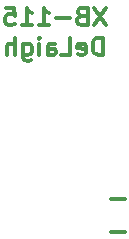
<source format=gbr>
G04 #@! TF.GenerationSoftware,KiCad,Pcbnew,(5.1.0)-1*
G04 #@! TF.CreationDate,2019-04-22T00:29:16-04:00*
G04 #@! TF.ProjectId,delay,64656c61-792e-46b6-9963-61645f706362,rev?*
G04 #@! TF.SameCoordinates,Original*
G04 #@! TF.FileFunction,Legend,Bot*
G04 #@! TF.FilePolarity,Positive*
%FSLAX46Y46*%
G04 Gerber Fmt 4.6, Leading zero omitted, Abs format (unit mm)*
G04 Created by KiCad (PCBNEW (5.1.0)-1) date 2019-04-22 00:29:16*
%MOMM*%
%LPD*%
G04 APERTURE LIST*
%ADD10C,0.300000*%
G04 APERTURE END LIST*
D10*
X77727428Y-127443571D02*
X76727428Y-128943571D01*
X76727428Y-127443571D02*
X77727428Y-128943571D01*
X75656000Y-128157857D02*
X75441714Y-128229285D01*
X75370285Y-128300714D01*
X75298857Y-128443571D01*
X75298857Y-128657857D01*
X75370285Y-128800714D01*
X75441714Y-128872142D01*
X75584571Y-128943571D01*
X76156000Y-128943571D01*
X76156000Y-127443571D01*
X75656000Y-127443571D01*
X75513142Y-127515000D01*
X75441714Y-127586428D01*
X75370285Y-127729285D01*
X75370285Y-127872142D01*
X75441714Y-128015000D01*
X75513142Y-128086428D01*
X75656000Y-128157857D01*
X76156000Y-128157857D01*
X74656000Y-128372142D02*
X73513142Y-128372142D01*
X72013142Y-128943571D02*
X72870285Y-128943571D01*
X72441714Y-128943571D02*
X72441714Y-127443571D01*
X72584571Y-127657857D01*
X72727428Y-127800714D01*
X72870285Y-127872142D01*
X70584571Y-128943571D02*
X71441714Y-128943571D01*
X71013142Y-128943571D02*
X71013142Y-127443571D01*
X71156000Y-127657857D01*
X71298857Y-127800714D01*
X71441714Y-127872142D01*
X69227428Y-127443571D02*
X69941714Y-127443571D01*
X70013142Y-128157857D01*
X69941714Y-128086428D01*
X69798857Y-128015000D01*
X69441714Y-128015000D01*
X69298857Y-128086428D01*
X69227428Y-128157857D01*
X69156000Y-128300714D01*
X69156000Y-128657857D01*
X69227428Y-128800714D01*
X69298857Y-128872142D01*
X69441714Y-128943571D01*
X69798857Y-128943571D01*
X69941714Y-128872142D01*
X70013142Y-128800714D01*
X77441714Y-131493571D02*
X77441714Y-129993571D01*
X77084571Y-129993571D01*
X76870285Y-130065000D01*
X76727428Y-130207857D01*
X76656000Y-130350714D01*
X76584571Y-130636428D01*
X76584571Y-130850714D01*
X76656000Y-131136428D01*
X76727428Y-131279285D01*
X76870285Y-131422142D01*
X77084571Y-131493571D01*
X77441714Y-131493571D01*
X75370285Y-131422142D02*
X75513142Y-131493571D01*
X75798857Y-131493571D01*
X75941714Y-131422142D01*
X76013142Y-131279285D01*
X76013142Y-130707857D01*
X75941714Y-130565000D01*
X75798857Y-130493571D01*
X75513142Y-130493571D01*
X75370285Y-130565000D01*
X75298857Y-130707857D01*
X75298857Y-130850714D01*
X76013142Y-130993571D01*
X73941714Y-131493571D02*
X74656000Y-131493571D01*
X74656000Y-129993571D01*
X72798857Y-131493571D02*
X72798857Y-130707857D01*
X72870285Y-130565000D01*
X73013142Y-130493571D01*
X73298857Y-130493571D01*
X73441714Y-130565000D01*
X72798857Y-131422142D02*
X72941714Y-131493571D01*
X73298857Y-131493571D01*
X73441714Y-131422142D01*
X73513142Y-131279285D01*
X73513142Y-131136428D01*
X73441714Y-130993571D01*
X73298857Y-130922142D01*
X72941714Y-130922142D01*
X72798857Y-130850714D01*
X72084571Y-131493571D02*
X72084571Y-130493571D01*
X72084571Y-129993571D02*
X72156000Y-130065000D01*
X72084571Y-130136428D01*
X72013142Y-130065000D01*
X72084571Y-129993571D01*
X72084571Y-130136428D01*
X70727428Y-130493571D02*
X70727428Y-131707857D01*
X70798857Y-131850714D01*
X70870285Y-131922142D01*
X71013142Y-131993571D01*
X71227428Y-131993571D01*
X71370285Y-131922142D01*
X70727428Y-131422142D02*
X70870285Y-131493571D01*
X71156000Y-131493571D01*
X71298857Y-131422142D01*
X71370285Y-131350714D01*
X71441714Y-131207857D01*
X71441714Y-130779285D01*
X71370285Y-130636428D01*
X71298857Y-130565000D01*
X71156000Y-130493571D01*
X70870285Y-130493571D01*
X70727428Y-130565000D01*
X70013142Y-131493571D02*
X70013142Y-129993571D01*
X69370285Y-131493571D02*
X69370285Y-130707857D01*
X69441714Y-130565000D01*
X69584571Y-130493571D01*
X69798857Y-130493571D01*
X69941714Y-130565000D01*
X70013142Y-130636428D01*
X79311428Y-146411142D02*
X78168571Y-146411142D01*
X79311428Y-143617142D02*
X78168571Y-143617142D01*
M02*

</source>
